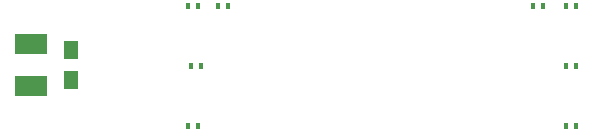
<source format=gbp>
G04 #@! TF.FileFunction,Paste,Bot*
%FSLAX46Y46*%
G04 Gerber Fmt 4.6, Leading zero omitted, Abs format (unit mm)*
G04 Created by KiCad (PCBNEW 4.0.5+dfsg1-4) date Sun Nov 25 11:48:41 2018*
%MOMM*%
%LPD*%
G01*
G04 APERTURE LIST*
%ADD10C,0.100000*%
%ADD11R,0.400000X0.600000*%
%ADD12R,1.250000X1.500000*%
%ADD13R,2.794000X1.778000*%
G04 APERTURE END LIST*
D10*
D11*
X141928000Y-99822000D03*
X141028000Y-99822000D03*
X171392000Y-99822000D03*
X170492000Y-99822000D03*
X138488000Y-99822000D03*
X139388000Y-99822000D03*
X167698000Y-99822000D03*
X168598000Y-99822000D03*
X138742000Y-104902000D03*
X139642000Y-104902000D03*
X171392000Y-104902000D03*
X170492000Y-104902000D03*
X138488000Y-109982000D03*
X139388000Y-109982000D03*
X171392000Y-109982000D03*
X170492000Y-109982000D03*
D12*
X128600000Y-103550000D03*
X128600000Y-106050000D03*
D13*
X125200000Y-103022000D03*
X125200000Y-106578000D03*
M02*

</source>
